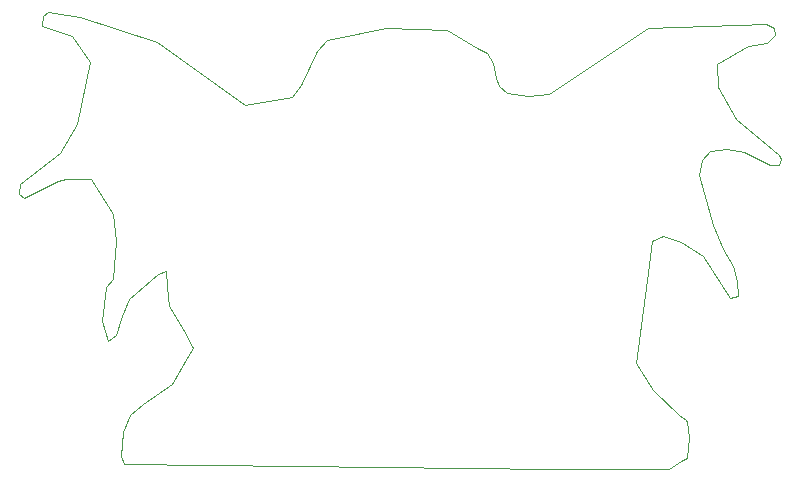
<source format=gbr>
%TF.GenerationSoftware,KiCad,Pcbnew,(5.1.8-0-10_14)*%
%TF.CreationDate,2021-10-17T14:40:20-04:00*%
%TF.ProjectId,WingedA,57696e67-6564-4412-9e6b-696361645f70,rev?*%
%TF.SameCoordinates,Original*%
%TF.FileFunction,Profile,NP*%
%FSLAX46Y46*%
G04 Gerber Fmt 4.6, Leading zero omitted, Abs format (unit mm)*
G04 Created by KiCad (PCBNEW (5.1.8-0-10_14)) date 2021-10-17 14:40:20*
%MOMM*%
%LPD*%
G01*
G04 APERTURE LIST*
%TA.AperFunction,Profile*%
%ADD10C,0.050000*%
%TD*%
G04 APERTURE END LIST*
D10*
X146164300Y-46062900D02*
X146824700Y-46393100D01*
X123571000Y-51295300D02*
X124244100Y-51955700D01*
X123253500Y-50685700D02*
X123571000Y-51295300D01*
X123050300Y-49377600D02*
X123253500Y-50685700D01*
X122491500Y-48526700D02*
X123050300Y-49377600D01*
X121704100Y-48107600D02*
X122491500Y-48526700D01*
X124244100Y-51955700D02*
X125958600Y-52158900D01*
X119113300Y-46621700D02*
X121704100Y-48107600D01*
X113944400Y-46380400D02*
X119113300Y-46621700D01*
X108953300Y-47409100D02*
X113944400Y-46380400D01*
X108115100Y-48387000D02*
X108953300Y-47409100D01*
X106807000Y-51231800D02*
X108115100Y-48387000D01*
X106032300Y-52247800D02*
X106807000Y-51231800D01*
X102019100Y-52895500D02*
X106032300Y-52247800D01*
X94602300Y-47625000D02*
X102019100Y-52895500D01*
X88074500Y-45440600D02*
X94602300Y-47625000D01*
X85344000Y-45021500D02*
X88074500Y-45440600D01*
X84886800Y-45377100D02*
X85344000Y-45021500D01*
X84848700Y-46278800D02*
X84886800Y-45377100D01*
X87388700Y-47104300D02*
X84848700Y-46278800D01*
X88912700Y-49250600D02*
X87388700Y-47104300D01*
X87807800Y-54521100D02*
X88912700Y-49250600D01*
X86347300Y-56984900D02*
X87807800Y-54521100D01*
X82943700Y-59626500D02*
X86347300Y-56984900D01*
X82918300Y-60490100D02*
X82943700Y-59626500D01*
X83337400Y-60782200D02*
X82918300Y-60490100D01*
X86182200Y-59385200D02*
X83337400Y-60782200D01*
X86906100Y-59169300D02*
X86182200Y-59385200D01*
X88976200Y-59169300D02*
X86906100Y-59169300D01*
X90817700Y-62153800D02*
X88976200Y-59169300D01*
X91097100Y-64414400D02*
X90817700Y-62153800D01*
X90817700Y-67703700D02*
X91097100Y-64414400D01*
X90233500Y-68364100D02*
X90817700Y-67703700D01*
X89916000Y-71208900D02*
X90233500Y-68364100D01*
X90398600Y-72936100D02*
X89916000Y-71208900D01*
X91097100Y-72415400D02*
X90398600Y-72936100D01*
X91579700Y-70789800D02*
X91097100Y-72415400D01*
X92176600Y-69367400D02*
X91579700Y-70789800D01*
X94665800Y-67246500D02*
X92176600Y-69367400D01*
X95326200Y-66979800D02*
X94665800Y-67246500D01*
X95389700Y-68224400D02*
X95326200Y-66979800D01*
X95618300Y-69964300D02*
X95389700Y-68224400D01*
X96799400Y-71882000D02*
X95618300Y-69964300D01*
X97612200Y-73533000D02*
X96799400Y-71882000D01*
X97193100Y-74155300D02*
X97612200Y-73533000D01*
X95808800Y-76542900D02*
X97193100Y-74155300D01*
X93421200Y-78206600D02*
X95808800Y-76542900D01*
X92278200Y-79209900D02*
X93421200Y-78206600D01*
X91681300Y-80594200D02*
X92278200Y-79209900D01*
X91541600Y-82613500D02*
X91681300Y-80594200D01*
X91782900Y-83337400D02*
X91541600Y-82613500D01*
X128092200Y-83718400D02*
X91782900Y-83337400D01*
X137896600Y-83769200D02*
X128092200Y-83718400D01*
X138976100Y-83096100D02*
X137896600Y-83769200D01*
X139407900Y-82816700D02*
X138976100Y-83096100D01*
X139611100Y-81013300D02*
X139407900Y-82816700D01*
X139458700Y-79794100D02*
X139611100Y-81013300D01*
X139357100Y-79616300D02*
X139458700Y-79794100D01*
X138772900Y-79159100D02*
X139357100Y-79616300D01*
X136588500Y-77050900D02*
X138772900Y-79159100D01*
X135128000Y-74803000D02*
X136588500Y-77050900D01*
X136093200Y-67754500D02*
X135128000Y-74803000D01*
X136512300Y-64465200D02*
X136093200Y-67754500D01*
X137452100Y-64020700D02*
X136512300Y-64465200D01*
X138938000Y-64528700D02*
X137452100Y-64020700D01*
X140843000Y-65684400D02*
X138938000Y-64528700D01*
X143065500Y-69253100D02*
X140843000Y-65684400D01*
X143764000Y-69113400D02*
X143065500Y-69253100D01*
X143687800Y-67868800D02*
X143764000Y-69113400D01*
X143306800Y-66586100D02*
X143687800Y-67868800D01*
X142481300Y-65163700D02*
X143306800Y-66586100D01*
X141617700Y-63080900D02*
X142481300Y-65163700D01*
X140462000Y-58877200D02*
X141617700Y-63080900D01*
X140741400Y-57594500D02*
X140462000Y-58877200D01*
X141401800Y-56832500D02*
X140741400Y-57594500D01*
X142824200Y-56692800D02*
X141401800Y-56832500D01*
X144246600Y-56870600D02*
X142824200Y-56692800D01*
X146494500Y-57975500D02*
X144246600Y-56870600D01*
X147231100Y-57975500D02*
X146494500Y-57975500D01*
X147370800Y-57531000D02*
X147231100Y-57975500D01*
X147231100Y-57150000D02*
X147370800Y-57531000D01*
X143586200Y-54127400D02*
X147231100Y-57150000D01*
X142062200Y-51396900D02*
X143586200Y-54127400D01*
X141960600Y-49491900D02*
X142062200Y-51396900D01*
X144627600Y-47967900D02*
X141960600Y-49491900D01*
X146253200Y-47713900D02*
X144627600Y-47967900D01*
X146913600Y-46990000D02*
X146253200Y-47713900D01*
X146824700Y-46393100D02*
X146913600Y-46990000D01*
X136131300Y-46405800D02*
X146164300Y-46062900D01*
X127749300Y-51981100D02*
X136131300Y-46405800D01*
X125958600Y-52158900D02*
X127749300Y-51981100D01*
M02*

</source>
